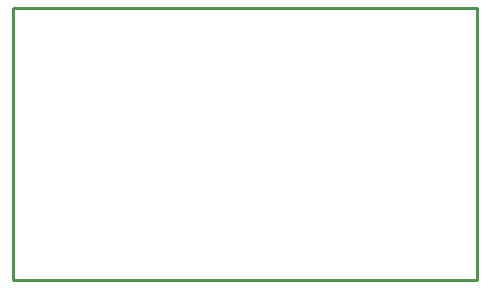
<source format=gbr>
G04 EAGLE Gerber RS-274X export*
G75*
%MOMM*%
%FSLAX34Y34*%
%LPD*%
%IN*%
%IPPOS*%
%AMOC8*
5,1,8,0,0,1.08239X$1,22.5*%
G01*
%ADD10C,0.254000*%


D10*
X0Y0D02*
X393000Y0D01*
X393000Y230000D01*
X0Y230000D01*
X0Y0D01*
M02*

</source>
